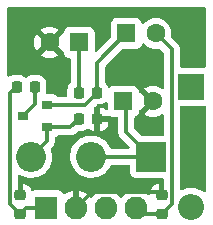
<source format=gtl>
%TF.GenerationSoftware,KiCad,Pcbnew,(5.99.0-7340-g1a9878d6d3)*%
%TF.CreationDate,2020-12-04T16:26:35+02:00*%
%TF.ProjectId,borraja,626f7272-616a-4612-9e6b-696361645f70,rev?*%
%TF.SameCoordinates,Original*%
%TF.FileFunction,Copper,L1,Top*%
%TF.FilePolarity,Positive*%
%FSLAX46Y46*%
G04 Gerber Fmt 4.6, Leading zero omitted, Abs format (unit mm)*
G04 Created by KiCad (PCBNEW (5.99.0-7340-g1a9878d6d3)) date 2020-12-04 16:26:35*
%MOMM*%
%LPD*%
G01*
G04 APERTURE LIST*
G04 Aperture macros list*
%AMRoundRect*
0 Rectangle with rounded corners*
0 $1 Rounding radius*
0 $2 $3 $4 $5 $6 $7 $8 $9 X,Y pos of 4 corners*
0 Add a 4 corners polygon primitive as box body*
4,1,4,$2,$3,$4,$5,$6,$7,$8,$9,$2,$3,0*
0 Add four circle primitives for the rounded corners*
1,1,$1+$1,$2,$3,0*
1,1,$1+$1,$4,$5,0*
1,1,$1+$1,$6,$7,0*
1,1,$1+$1,$8,$9,0*
0 Add four rect primitives between the rounded corners*
20,1,$1+$1,$2,$3,$4,$5,0*
20,1,$1+$1,$4,$5,$6,$7,0*
20,1,$1+$1,$6,$7,$8,$9,0*
20,1,$1+$1,$8,$9,$2,$3,0*%
G04 Aperture macros list end*
%TA.AperFunction,ComponentPad*%
%ADD10O,1.930400X1.930400*%
%TD*%
%TA.AperFunction,ComponentPad*%
%ADD11R,1.930400X1.930400*%
%TD*%
%TA.AperFunction,ComponentPad*%
%ADD12O,2.540000X2.540000*%
%TD*%
%TA.AperFunction,ComponentPad*%
%ADD13R,2.540000X2.540000*%
%TD*%
%TA.AperFunction,SMDPad,CuDef*%
%ADD14RoundRect,0.218750X0.256250X-0.218750X0.256250X0.218750X-0.256250X0.218750X-0.256250X-0.218750X0*%
%TD*%
%TA.AperFunction,SMDPad,CuDef*%
%ADD15RoundRect,0.218750X-0.218750X-0.256250X0.218750X-0.256250X0.218750X0.256250X-0.218750X0.256250X0*%
%TD*%
%TA.AperFunction,SMDPad,CuDef*%
%ADD16R,0.900000X0.800000*%
%TD*%
%TA.AperFunction,ComponentPad*%
%ADD17O,2.200000X2.200000*%
%TD*%
%TA.AperFunction,ComponentPad*%
%ADD18R,2.200000X2.200000*%
%TD*%
%TA.AperFunction,ComponentPad*%
%ADD19C,1.600000*%
%TD*%
%TA.AperFunction,ComponentPad*%
%ADD20R,1.600000X1.600000*%
%TD*%
%TA.AperFunction,ViaPad*%
%ADD21C,0.800000*%
%TD*%
%TA.AperFunction,Conductor*%
%ADD22C,0.350000*%
%TD*%
G04 APERTURE END LIST*
D10*
%TO.P,J1,4,Pin_4*%
%TO.N,OUT*%
X149810000Y-101500000D03*
%TO.P,J1,3,Pin_3*%
%TO.N,+9V*%
X147270000Y-101500000D03*
%TO.P,J1,2,Pin_2*%
%TO.N,GND*%
X144730000Y-101500000D03*
D11*
%TO.P,J1,1,Pin_1*%
%TO.N,IN*%
X142190000Y-101500000D03*
%TD*%
D12*
%TO.P,RV1,3,3*%
%TO.N,Net-(R3-Pad1)*%
X140948500Y-97183500D03*
%TO.P,RV1,2,2*%
%TO.N,Net-(C1-Pad1)*%
X146028500Y-97183500D03*
D13*
%TO.P,RV1,1,1*%
X151108500Y-97183500D03*
%TD*%
D14*
%TO.P,R6,2*%
%TO.N,GND*%
X140000000Y-100462500D03*
%TO.P,R6,1*%
%TO.N,IN*%
X140000000Y-102037500D03*
%TD*%
%TO.P,R5,2*%
%TO.N,GND*%
X152000000Y-100462500D03*
%TO.P,R5,1*%
%TO.N,OUT*%
X152000000Y-102037500D03*
%TD*%
D15*
%TO.P,R3,2*%
%TO.N,GND*%
X146537500Y-94000000D03*
%TO.P,R3,1*%
%TO.N,Net-(R3-Pad1)*%
X144962500Y-94000000D03*
%TD*%
%TO.P,R2,2*%
%TO.N,Net-(R2-Pad2)*%
X146537500Y-91750000D03*
%TO.P,R2,1*%
%TO.N,VCC*%
X144962500Y-91750000D03*
%TD*%
%TO.P,R1,2*%
%TO.N,Net-(R1-Pad2)*%
X141287500Y-91250000D03*
%TO.P,R1,1*%
%TO.N,IN*%
X139712500Y-91250000D03*
%TD*%
D16*
%TO.P,Q1,3,G*%
%TO.N,Net-(R1-Pad2)*%
X140250000Y-93750000D03*
%TO.P,Q1,2,S*%
%TO.N,Net-(R2-Pad2)*%
X142250000Y-92800000D03*
%TO.P,Q1,1,D*%
%TO.N,Net-(R3-Pad1)*%
X142250000Y-94700000D03*
%TD*%
D17*
%TO.P,D1,2,A*%
%TO.N,+9V*%
X154500000Y-101410000D03*
D18*
%TO.P,D1,1,K*%
%TO.N,VCC*%
X154500000Y-91250000D03*
%TD*%
D19*
%TO.P,C3,2*%
%TO.N,GND*%
X142500000Y-87500000D03*
D20*
%TO.P,C3,1*%
%TO.N,VCC*%
X145000000Y-87500000D03*
%TD*%
D19*
%TO.P,C2,2*%
%TO.N,OUT*%
X151500000Y-86750000D03*
D20*
%TO.P,C2,1*%
%TO.N,Net-(R2-Pad2)*%
X149000000Y-86750000D03*
%TD*%
D19*
%TO.P,C1,2*%
%TO.N,GND*%
X151250000Y-92500000D03*
D20*
%TO.P,C1,1*%
%TO.N,Net-(C1-Pad1)*%
X148750000Y-92500000D03*
%TD*%
D21*
%TO.N,GND*%
X154500000Y-98500000D03*
%TD*%
D22*
%TO.N,Net-(R2-Pad2)*%
X146537500Y-91750000D02*
X146537500Y-89212500D01*
X146537500Y-89212500D02*
X149000000Y-86750000D01*
%TO.N,Net-(R1-Pad2)*%
X141287500Y-91250000D02*
X141287500Y-92712500D01*
X141287500Y-92712500D02*
X140250000Y-93750000D01*
%TO.N,IN*%
X140000000Y-102037500D02*
X139149990Y-101187490D01*
X139149990Y-101187490D02*
X139149990Y-91812510D01*
X139149990Y-91812510D02*
X139712500Y-91250000D01*
%TO.N,Net-(R2-Pad2)*%
X142250000Y-92800000D02*
X145487500Y-92800000D01*
X145487500Y-92800000D02*
X146537500Y-91750000D01*
%TO.N,Net-(R3-Pad1)*%
X142250000Y-94700000D02*
X144262500Y-94700000D01*
X144262500Y-94700000D02*
X144962500Y-94000000D01*
X142250000Y-94700000D02*
X142250000Y-95882000D01*
X142250000Y-95882000D02*
X140948500Y-97183500D01*
%TO.N,VCC*%
X144962500Y-91750000D02*
X144962500Y-87537500D01*
X144962500Y-87537500D02*
X145000000Y-87500000D01*
%TO.N,OUT*%
X152000000Y-102037500D02*
X152850010Y-101187490D01*
X152850010Y-101187490D02*
X152850010Y-88100010D01*
X152850010Y-88100010D02*
X151500000Y-86750000D01*
%TO.N,GND*%
X152000000Y-100462500D02*
X151697299Y-100159799D01*
X151697299Y-100159799D02*
X146070201Y-100159799D01*
X146070201Y-100159799D02*
X144730000Y-101500000D01*
%TO.N,OUT*%
X152000000Y-102037500D02*
X150347500Y-102037500D01*
X150347500Y-102037500D02*
X149810000Y-101500000D01*
%TO.N,Net-(C1-Pad1)*%
X149000000Y-92500000D02*
X149000000Y-95075000D01*
X149000000Y-95075000D02*
X151108500Y-97183500D01*
X146028500Y-97183500D02*
X151108500Y-97183500D01*
%TO.N,IN*%
X142190000Y-101500000D02*
X140537500Y-101500000D01*
X140537500Y-101500000D02*
X140000000Y-102037500D01*
%TD*%
%TA.AperFunction,Conductor*%
%TO.N,GND*%
G36*
X147364852Y-92546775D02*
G01*
X147417681Y-92594205D01*
X147436500Y-92660449D01*
X147436500Y-93094061D01*
X147416498Y-93162182D01*
X147362842Y-93208675D01*
X147292568Y-93218779D01*
X147223847Y-93185534D01*
X147199902Y-93162851D01*
X147188255Y-93154138D01*
X147054360Y-93076365D01*
X147041035Y-93070571D01*
X146892016Y-93025438D01*
X146879393Y-93022990D01*
X146815066Y-93017249D01*
X146809596Y-93017006D01*
X146794376Y-93021475D01*
X146793171Y-93022865D01*
X146791500Y-93030548D01*
X146791500Y-93727885D01*
X146795975Y-93743124D01*
X146797365Y-93744329D01*
X146805048Y-93746000D01*
X147464885Y-93746000D01*
X147480124Y-93741525D01*
X147484782Y-93736150D01*
X147544508Y-93697767D01*
X147615504Y-93697767D01*
X147662516Y-93723436D01*
X147672381Y-93731984D01*
X147680579Y-93735728D01*
X147708831Y-93748630D01*
X147805330Y-93792700D01*
X147814245Y-93793982D01*
X147814246Y-93793982D01*
X147945552Y-93812861D01*
X147945559Y-93812862D01*
X147950000Y-93813500D01*
X148190501Y-93813500D01*
X148258622Y-93833502D01*
X148305115Y-93887158D01*
X148316501Y-93939500D01*
X148316501Y-95047248D01*
X148316209Y-95055817D01*
X148313044Y-95102250D01*
X148312445Y-95111033D01*
X148322600Y-95169217D01*
X148323023Y-95171643D01*
X148323985Y-95178165D01*
X148331375Y-95239230D01*
X148334061Y-95246340D01*
X148335260Y-95251220D01*
X148338125Y-95261695D01*
X148339579Y-95266511D01*
X148340886Y-95273998D01*
X148365624Y-95330354D01*
X148368109Y-95336442D01*
X148386001Y-95383792D01*
X148389850Y-95393979D01*
X148394151Y-95400237D01*
X148396491Y-95404713D01*
X148401768Y-95414194D01*
X148404325Y-95418518D01*
X148407379Y-95425475D01*
X148412002Y-95431500D01*
X148412005Y-95431505D01*
X148444847Y-95474306D01*
X148448716Y-95479631D01*
X148483550Y-95530313D01*
X148489226Y-95535370D01*
X148528069Y-95569978D01*
X148533345Y-95574959D01*
X149243291Y-96284905D01*
X149277317Y-96347217D01*
X149272252Y-96418032D01*
X149229705Y-96474868D01*
X149163185Y-96499679D01*
X149154196Y-96500000D01*
X147757243Y-96500000D01*
X147689122Y-96479998D01*
X147642629Y-96426342D01*
X147640059Y-96420256D01*
X147639953Y-96420033D01*
X147638261Y-96415683D01*
X147507089Y-96186179D01*
X147351598Y-95988941D01*
X147346326Y-95982253D01*
X147346323Y-95982250D01*
X147343434Y-95978585D01*
X147150893Y-95797460D01*
X146933695Y-95646784D01*
X146929505Y-95644718D01*
X146929502Y-95644716D01*
X146700799Y-95531933D01*
X146700796Y-95531932D01*
X146696611Y-95529868D01*
X146639649Y-95511634D01*
X146449295Y-95450701D01*
X146449297Y-95450701D01*
X146444850Y-95449278D01*
X146298692Y-95425475D01*
X146188554Y-95407538D01*
X146188553Y-95407538D01*
X146183942Y-95406787D01*
X146051781Y-95405057D01*
X145924297Y-95403388D01*
X145924294Y-95403388D01*
X145919620Y-95403327D01*
X145657689Y-95438974D01*
X145653203Y-95440282D01*
X145653201Y-95440282D01*
X145622337Y-95449278D01*
X145403905Y-95512945D01*
X145163842Y-95623616D01*
X145159937Y-95626176D01*
X145159932Y-95626179D01*
X144946687Y-95765988D01*
X144946682Y-95765992D01*
X144942774Y-95768554D01*
X144745557Y-95944577D01*
X144576525Y-96147816D01*
X144439390Y-96373808D01*
X144437581Y-96378122D01*
X144437580Y-96378124D01*
X144352058Y-96582072D01*
X144337165Y-96617587D01*
X144272095Y-96873798D01*
X144271627Y-96878449D01*
X144271626Y-96878453D01*
X144266986Y-96924534D01*
X144245611Y-97136813D01*
X144245835Y-97141479D01*
X144245835Y-97141484D01*
X144248005Y-97186660D01*
X144258294Y-97400854D01*
X144309865Y-97660120D01*
X144399192Y-97908915D01*
X144401408Y-97913039D01*
X144468790Y-98038443D01*
X144524311Y-98141774D01*
X144527106Y-98145517D01*
X144527108Y-98145520D01*
X144679683Y-98349843D01*
X144679688Y-98349849D01*
X144682475Y-98353581D01*
X144685784Y-98356861D01*
X144685789Y-98356867D01*
X144785539Y-98455750D01*
X144870209Y-98539684D01*
X144873971Y-98542442D01*
X144873974Y-98542445D01*
X145079615Y-98693227D01*
X145083389Y-98695994D01*
X145087532Y-98698174D01*
X145087534Y-98698175D01*
X145313181Y-98816894D01*
X145313186Y-98816896D01*
X145317331Y-98819077D01*
X145321754Y-98820622D01*
X145321755Y-98820622D01*
X145518213Y-98889228D01*
X145566896Y-98906229D01*
X145571489Y-98907101D01*
X145822013Y-98954664D01*
X145822016Y-98954664D01*
X145826602Y-98955535D01*
X145958673Y-98960725D01*
X146086075Y-98965731D01*
X146086081Y-98965731D01*
X146090743Y-98965914D01*
X146199158Y-98954040D01*
X146348864Y-98937645D01*
X146348869Y-98937644D01*
X146353517Y-98937135D01*
X146609151Y-98869832D01*
X146781764Y-98795672D01*
X146847726Y-98767333D01*
X146847729Y-98767331D01*
X146852029Y-98765484D01*
X146856009Y-98763021D01*
X146856013Y-98763019D01*
X147072842Y-98628841D01*
X147072846Y-98628838D01*
X147076815Y-98626382D01*
X147278572Y-98455582D01*
X147452866Y-98256837D01*
X147595870Y-98034513D01*
X147637882Y-97941250D01*
X147684097Y-97887355D01*
X147752764Y-97867000D01*
X149199000Y-97867000D01*
X149267121Y-97887002D01*
X149313614Y-97940658D01*
X149325000Y-97993000D01*
X149325000Y-98453500D01*
X149330227Y-98526579D01*
X149332131Y-98533062D01*
X149360254Y-98628841D01*
X149371404Y-98666816D01*
X149390156Y-98695994D01*
X149445551Y-98782191D01*
X149445553Y-98782194D01*
X149450423Y-98789771D01*
X149457233Y-98795672D01*
X149554069Y-98879582D01*
X149554072Y-98879584D01*
X149560881Y-98885484D01*
X149569079Y-98889228D01*
X149671373Y-98935944D01*
X149693830Y-98946200D01*
X149702745Y-98947482D01*
X149702746Y-98947482D01*
X149834052Y-98966361D01*
X149834059Y-98966362D01*
X149838500Y-98967000D01*
X152040510Y-98967000D01*
X152108631Y-98987002D01*
X152155124Y-99040658D01*
X152166510Y-99093000D01*
X152166510Y-100590500D01*
X152146508Y-100658621D01*
X152092852Y-100705114D01*
X152040509Y-100716500D01*
X151871999Y-100716499D01*
X151803879Y-100696497D01*
X151757386Y-100642841D01*
X151746000Y-100590499D01*
X151746001Y-99535115D01*
X151741526Y-99519876D01*
X151740136Y-99518671D01*
X151732453Y-99517000D01*
X151704527Y-99517000D01*
X151697223Y-99517425D01*
X151582684Y-99530778D01*
X151568532Y-99534123D01*
X151422981Y-99586956D01*
X151409982Y-99593466D01*
X151280489Y-99678365D01*
X151269337Y-99687689D01*
X151162851Y-99800098D01*
X151154138Y-99811745D01*
X151076365Y-99945640D01*
X151070571Y-99958965D01*
X151025438Y-100107984D01*
X151022990Y-100120607D01*
X151017249Y-100184934D01*
X151017000Y-100190529D01*
X151017000Y-100315272D01*
X150996998Y-100383393D01*
X150943342Y-100429886D01*
X150873068Y-100439990D01*
X150812908Y-100414154D01*
X150792415Y-100397969D01*
X150687702Y-100315272D01*
X150632355Y-100271561D01*
X150632351Y-100271559D01*
X150628300Y-100268359D01*
X150416153Y-100151248D01*
X150411284Y-100149524D01*
X150411280Y-100149522D01*
X150192603Y-100072084D01*
X150192599Y-100072083D01*
X150187728Y-100070358D01*
X150182638Y-100069451D01*
X150182633Y-100069450D01*
X150050093Y-100045842D01*
X149949158Y-100027863D01*
X149858181Y-100026751D01*
X149712021Y-100024965D01*
X149712019Y-100024965D01*
X149706851Y-100024902D01*
X149467314Y-100061556D01*
X149236981Y-100136841D01*
X149232393Y-100139229D01*
X149232389Y-100139231D01*
X149118479Y-100198529D01*
X149022036Y-100248734D01*
X149017903Y-100251837D01*
X149017900Y-100251839D01*
X148837302Y-100387436D01*
X148828252Y-100394231D01*
X148660834Y-100569424D01*
X148646458Y-100590499D01*
X148645237Y-100592289D01*
X148590325Y-100637291D01*
X148519800Y-100645462D01*
X148456053Y-100614207D01*
X148442969Y-100599958D01*
X148441559Y-100597778D01*
X148384253Y-100534800D01*
X148281949Y-100422369D01*
X148281947Y-100422368D01*
X148278471Y-100418547D01*
X148274420Y-100415348D01*
X148274416Y-100415344D01*
X148092355Y-100271561D01*
X148092351Y-100271559D01*
X148088300Y-100268359D01*
X147876153Y-100151248D01*
X147871284Y-100149524D01*
X147871280Y-100149522D01*
X147652603Y-100072084D01*
X147652599Y-100072083D01*
X147647728Y-100070358D01*
X147642638Y-100069451D01*
X147642633Y-100069450D01*
X147510093Y-100045842D01*
X147409158Y-100027863D01*
X147318181Y-100026751D01*
X147172021Y-100024965D01*
X147172019Y-100024965D01*
X147166851Y-100024902D01*
X146927314Y-100061556D01*
X146696981Y-100136841D01*
X146692393Y-100139229D01*
X146692389Y-100139231D01*
X146578479Y-100198529D01*
X146482036Y-100248734D01*
X146477903Y-100251837D01*
X146477900Y-100251839D01*
X146297302Y-100387436D01*
X146288252Y-100394231D01*
X146120834Y-100569424D01*
X146104940Y-100592723D01*
X146050032Y-100637725D01*
X145979507Y-100645898D01*
X145915759Y-100614644D01*
X145901027Y-100598600D01*
X145897686Y-100594262D01*
X145741608Y-100422735D01*
X145734075Y-100415710D01*
X145552081Y-100271981D01*
X145543494Y-100266276D01*
X145340482Y-100154207D01*
X145331070Y-100149977D01*
X145112469Y-100072566D01*
X145102512Y-100069936D01*
X145001836Y-100052002D01*
X144988541Y-100053461D01*
X144984000Y-100068019D01*
X144984000Y-101628000D01*
X144963998Y-101696121D01*
X144910342Y-101742614D01*
X144858000Y-101754000D01*
X144602000Y-101754000D01*
X144533879Y-101733998D01*
X144487386Y-101680342D01*
X144476000Y-101628000D01*
X144476000Y-100066605D01*
X144472082Y-100053261D01*
X144457806Y-100051274D01*
X144392542Y-100061261D01*
X144382515Y-100063650D01*
X144162092Y-100135695D01*
X144152582Y-100139692D01*
X143946891Y-100246768D01*
X143938166Y-100252262D01*
X143803476Y-100353391D01*
X143736991Y-100378297D01*
X143667596Y-100363305D01*
X143621826Y-100320753D01*
X143543277Y-100198529D01*
X143492127Y-100154207D01*
X143439631Y-100108718D01*
X143439628Y-100108716D01*
X143432819Y-100102816D01*
X143359758Y-100069450D01*
X143308064Y-100045842D01*
X143308063Y-100045842D01*
X143299870Y-100042100D01*
X143290955Y-100040818D01*
X143290954Y-100040818D01*
X143159648Y-100021939D01*
X143159641Y-100021938D01*
X143155200Y-100021300D01*
X141224800Y-100021300D01*
X141151721Y-100026527D01*
X141083552Y-100046543D01*
X141012558Y-100046543D01*
X140952832Y-100008160D01*
X140929617Y-99968639D01*
X140913043Y-99922979D01*
X140906534Y-99909982D01*
X140821635Y-99780489D01*
X140812311Y-99769337D01*
X140699902Y-99662851D01*
X140688255Y-99654138D01*
X140554360Y-99576365D01*
X140541035Y-99570571D01*
X140392016Y-99525438D01*
X140379393Y-99522990D01*
X140315066Y-99517249D01*
X140309471Y-99517000D01*
X140272115Y-99517000D01*
X140256876Y-99521475D01*
X140255671Y-99522865D01*
X140254000Y-99530548D01*
X140253999Y-100590500D01*
X140233997Y-100658621D01*
X140180341Y-100705114D01*
X140127998Y-100716500D01*
X139959489Y-100716499D01*
X139891369Y-100696497D01*
X139844876Y-100642841D01*
X139833490Y-100590499D01*
X139833490Y-98815272D01*
X139853492Y-98747151D01*
X139907148Y-98700658D01*
X139977422Y-98690554D01*
X140018157Y-98703764D01*
X140233181Y-98816894D01*
X140233186Y-98816896D01*
X140237331Y-98819077D01*
X140241754Y-98820622D01*
X140241755Y-98820622D01*
X140438213Y-98889228D01*
X140486896Y-98906229D01*
X140491489Y-98907101D01*
X140742013Y-98954664D01*
X140742016Y-98954664D01*
X140746602Y-98955535D01*
X140878673Y-98960725D01*
X141006075Y-98965731D01*
X141006081Y-98965731D01*
X141010743Y-98965914D01*
X141119158Y-98954040D01*
X141268864Y-98937645D01*
X141268869Y-98937644D01*
X141273517Y-98937135D01*
X141529151Y-98869832D01*
X141701764Y-98795672D01*
X141767726Y-98767333D01*
X141767729Y-98767331D01*
X141772029Y-98765484D01*
X141776009Y-98763021D01*
X141776013Y-98763019D01*
X141992842Y-98628841D01*
X141992846Y-98628838D01*
X141996815Y-98626382D01*
X142198572Y-98455582D01*
X142372866Y-98256837D01*
X142515870Y-98034513D01*
X142624442Y-97793493D01*
X142696196Y-97539073D01*
X142729556Y-97276841D01*
X142732000Y-97183500D01*
X142712410Y-96919882D01*
X142654070Y-96662055D01*
X142652378Y-96657705D01*
X142652375Y-96657694D01*
X142622967Y-96582072D01*
X142616920Y-96511333D01*
X142651305Y-96447310D01*
X142713679Y-96384936D01*
X142719945Y-96379082D01*
X142755928Y-96347692D01*
X142761655Y-96342696D01*
X142797022Y-96292373D01*
X142800948Y-96287088D01*
X142834229Y-96244643D01*
X142834231Y-96244639D01*
X142838918Y-96238662D01*
X142842044Y-96231739D01*
X142844644Y-96227446D01*
X142850043Y-96217980D01*
X142852411Y-96213563D01*
X142856777Y-96207351D01*
X142879122Y-96150039D01*
X142881678Y-96143958D01*
X142903869Y-96094811D01*
X142906994Y-96087890D01*
X142908379Y-96080418D01*
X142909883Y-96075617D01*
X142912858Y-96065175D01*
X142914108Y-96060306D01*
X142916870Y-96053223D01*
X142924904Y-95992202D01*
X142925931Y-95985714D01*
X142937140Y-95925232D01*
X142933709Y-95865723D01*
X142933500Y-95858470D01*
X142933500Y-95622925D01*
X142953502Y-95554804D01*
X142991380Y-95516927D01*
X143028688Y-95492951D01*
X143028691Y-95492948D01*
X143036271Y-95488077D01*
X143045947Y-95476911D01*
X143089206Y-95426987D01*
X143148932Y-95388604D01*
X143184430Y-95383500D01*
X144234763Y-95383500D01*
X144243332Y-95383792D01*
X144290957Y-95387039D01*
X144290961Y-95387039D01*
X144298533Y-95387555D01*
X144306010Y-95386250D01*
X144306012Y-95386250D01*
X144343641Y-95379683D01*
X144359129Y-95376979D01*
X144365614Y-95376022D01*
X144426730Y-95368626D01*
X144433836Y-95365941D01*
X144438726Y-95364740D01*
X144449188Y-95361878D01*
X144454020Y-95360419D01*
X144461498Y-95359114D01*
X144468447Y-95356064D01*
X144468456Y-95356061D01*
X144517830Y-95334388D01*
X144523933Y-95331897D01*
X144574369Y-95312838D01*
X144574371Y-95312837D01*
X144581479Y-95310151D01*
X144587744Y-95305845D01*
X144592237Y-95303496D01*
X144601681Y-95298240D01*
X144606021Y-95295674D01*
X144612975Y-95292621D01*
X144661784Y-95255168D01*
X144667122Y-95251290D01*
X144711554Y-95220753D01*
X144711556Y-95220752D01*
X144717813Y-95216451D01*
X144757487Y-95171922D01*
X144762467Y-95166647D01*
X144908709Y-95020405D01*
X144971021Y-94986379D01*
X144997804Y-94983500D01*
X145224135Y-94983500D01*
X145314213Y-94972998D01*
X145342432Y-94969708D01*
X145342433Y-94969708D01*
X145349704Y-94968860D01*
X145356581Y-94966364D01*
X145356584Y-94966363D01*
X145502243Y-94913491D01*
X145509122Y-94910994D01*
X145650951Y-94818007D01*
X145656347Y-94812311D01*
X145660756Y-94807658D01*
X145722125Y-94771961D01*
X145793052Y-94775109D01*
X145838881Y-94802840D01*
X145875098Y-94837149D01*
X145886745Y-94845862D01*
X146020640Y-94923635D01*
X146033965Y-94929429D01*
X146182984Y-94974562D01*
X146195607Y-94977010D01*
X146259934Y-94982751D01*
X146265404Y-94982994D01*
X146280624Y-94978525D01*
X146281829Y-94977135D01*
X146283500Y-94969452D01*
X146283500Y-94267548D01*
X146791500Y-94267548D01*
X146791500Y-94964885D01*
X146795975Y-94980124D01*
X146797365Y-94981329D01*
X146802985Y-94982551D01*
X146917319Y-94969222D01*
X146931466Y-94965878D01*
X147077022Y-94913043D01*
X147090017Y-94906535D01*
X147219511Y-94821635D01*
X147230663Y-94812311D01*
X147337149Y-94699902D01*
X147345862Y-94688255D01*
X147423635Y-94554360D01*
X147429429Y-94541035D01*
X147474562Y-94392016D01*
X147477010Y-94379393D01*
X147482751Y-94315066D01*
X147483000Y-94309471D01*
X147483000Y-94272115D01*
X147478525Y-94256876D01*
X147477135Y-94255671D01*
X147469452Y-94254000D01*
X146809615Y-94254000D01*
X146794376Y-94258475D01*
X146793171Y-94259865D01*
X146791500Y-94267548D01*
X146283500Y-94267548D01*
X146283500Y-93022805D01*
X146303502Y-92954684D01*
X146320405Y-92933710D01*
X146483710Y-92770405D01*
X146546022Y-92736379D01*
X146572805Y-92733500D01*
X146799135Y-92733500D01*
X146889213Y-92722998D01*
X146917432Y-92719708D01*
X146917433Y-92719708D01*
X146924704Y-92718860D01*
X146931581Y-92716364D01*
X146931584Y-92716363D01*
X147077243Y-92663491D01*
X147084122Y-92660994D01*
X147185992Y-92594205D01*
X147219826Y-92572023D01*
X147219828Y-92572022D01*
X147225951Y-92568007D01*
X147230141Y-92563584D01*
X147294767Y-92535435D01*
X147364852Y-92546775D01*
G37*
%TD.AperFunction*%
%TA.AperFunction,Conductor*%
G36*
X155676392Y-92878094D02*
G01*
X155726591Y-92928299D01*
X155742000Y-92988678D01*
X155742000Y-100082101D01*
X155721998Y-100150222D01*
X155668342Y-100196715D01*
X155598068Y-100206819D01*
X155534170Y-100177912D01*
X155466490Y-100120108D01*
X155448392Y-100104651D01*
X155232514Y-99972361D01*
X155227944Y-99970468D01*
X155227940Y-99970466D01*
X155003172Y-99877364D01*
X155003170Y-99877363D01*
X154998599Y-99875470D01*
X154913894Y-99855134D01*
X154757220Y-99817520D01*
X154757214Y-99817519D01*
X154752407Y-99816365D01*
X154500000Y-99796500D01*
X154247593Y-99816365D01*
X154242786Y-99817519D01*
X154242780Y-99817520D01*
X154086106Y-99855134D01*
X154001401Y-99875470D01*
X153996830Y-99877363D01*
X153996828Y-99877364D01*
X153772060Y-99970466D01*
X153772056Y-99970468D01*
X153767486Y-99972361D01*
X153763266Y-99974947D01*
X153725345Y-99998185D01*
X153656811Y-100016723D01*
X153589135Y-99995267D01*
X153543802Y-99940627D01*
X153533510Y-99890752D01*
X153533510Y-92989500D01*
X153553512Y-92921379D01*
X153607168Y-92874886D01*
X153659510Y-92863500D01*
X155600000Y-92863500D01*
X155606762Y-92863016D01*
X155607019Y-92862998D01*
X155676392Y-92878094D01*
G37*
%TD.AperFunction*%
%TA.AperFunction,Conductor*%
G36*
X150508586Y-87609087D02*
G01*
X150655698Y-87756199D01*
X150660206Y-87759356D01*
X150660209Y-87759358D01*
X150810424Y-87864539D01*
X150843250Y-87887524D01*
X150848232Y-87889847D01*
X150848237Y-87889850D01*
X151045775Y-87981963D01*
X151050757Y-87984286D01*
X151056065Y-87985708D01*
X151056067Y-87985709D01*
X151266598Y-88042121D01*
X151266600Y-88042121D01*
X151271913Y-88043545D01*
X151500000Y-88063500D01*
X151728087Y-88043545D01*
X151733685Y-88042045D01*
X151735780Y-88041484D01*
X151736867Y-88041510D01*
X151738817Y-88041166D01*
X151738886Y-88041558D01*
X151806756Y-88043176D01*
X151857482Y-88074097D01*
X152129606Y-88346221D01*
X152163632Y-88408533D01*
X152166511Y-88435316D01*
X152166511Y-91302927D01*
X152146509Y-91371048D01*
X152092853Y-91417541D01*
X152022579Y-91427645D01*
X151968240Y-91406140D01*
X151911008Y-91366066D01*
X151901513Y-91360583D01*
X151704057Y-91268509D01*
X151693761Y-91264761D01*
X151483310Y-91208370D01*
X151472523Y-91206468D01*
X151255475Y-91187479D01*
X151244525Y-91187479D01*
X151027477Y-91206468D01*
X151016690Y-91208370D01*
X150806239Y-91264761D01*
X150795943Y-91268509D01*
X150598487Y-91360583D01*
X150588992Y-91366066D01*
X150536950Y-91402506D01*
X150528574Y-91412985D01*
X150535642Y-91426431D01*
X151520115Y-92410905D01*
X151554141Y-92473217D01*
X151549076Y-92544033D01*
X151520115Y-92589095D01*
X151250000Y-92859210D01*
X150534921Y-93574290D01*
X150528491Y-93586065D01*
X150537787Y-93598080D01*
X150588992Y-93633934D01*
X150598487Y-93639417D01*
X150795943Y-93731491D01*
X150806239Y-93735239D01*
X151016690Y-93791630D01*
X151027477Y-93793532D01*
X151244525Y-93812521D01*
X151255475Y-93812521D01*
X151472523Y-93793532D01*
X151483310Y-93791630D01*
X151693761Y-93735239D01*
X151704057Y-93731491D01*
X151901513Y-93639417D01*
X151911009Y-93633934D01*
X151968239Y-93593861D01*
X152035513Y-93571173D01*
X152104374Y-93588458D01*
X152152958Y-93640228D01*
X152166510Y-93697074D01*
X152166510Y-95274000D01*
X152146508Y-95342121D01*
X152092852Y-95388614D01*
X152040510Y-95400000D01*
X150343804Y-95400000D01*
X150275683Y-95379998D01*
X150254709Y-95363095D01*
X149720405Y-94828791D01*
X149686379Y-94766479D01*
X149683500Y-94739696D01*
X149683500Y-93883112D01*
X149703502Y-93814991D01*
X149756451Y-93769112D01*
X149763316Y-93767096D01*
X149842496Y-93716210D01*
X149878691Y-93692949D01*
X149878694Y-93692947D01*
X149886271Y-93688077D01*
X149904451Y-93667096D01*
X149976082Y-93584431D01*
X149976084Y-93584428D01*
X149981984Y-93577619D01*
X149991328Y-93557158D01*
X150038958Y-93452864D01*
X150038958Y-93452863D01*
X150042700Y-93444670D01*
X150058666Y-93333622D01*
X150088159Y-93269041D01*
X150128602Y-93243050D01*
X150127139Y-93240267D01*
X150176430Y-93214359D01*
X150877979Y-92512811D01*
X150885592Y-92498868D01*
X150885461Y-92497034D01*
X150881210Y-92490420D01*
X150175706Y-91784917D01*
X150132379Y-91761259D01*
X150125818Y-91759832D01*
X150075610Y-91709636D01*
X150060512Y-91658227D01*
X150058755Y-91633659D01*
X150058755Y-91633658D01*
X150058273Y-91626921D01*
X150017096Y-91486684D01*
X149979154Y-91427645D01*
X149942949Y-91371309D01*
X149942947Y-91371306D01*
X149938077Y-91363729D01*
X149931267Y-91357828D01*
X149834431Y-91273918D01*
X149834428Y-91273916D01*
X149827619Y-91268016D01*
X149819421Y-91264272D01*
X149702864Y-91211042D01*
X149702863Y-91211042D01*
X149694670Y-91207300D01*
X149685755Y-91206018D01*
X149685754Y-91206018D01*
X149554448Y-91187139D01*
X149554441Y-91187138D01*
X149550000Y-91186500D01*
X147950000Y-91186500D01*
X147876921Y-91191727D01*
X147823884Y-91207300D01*
X147745330Y-91230365D01*
X147745328Y-91230366D01*
X147736684Y-91232904D01*
X147627727Y-91302927D01*
X147625054Y-91304645D01*
X147556934Y-91324647D01*
X147488813Y-91304645D01*
X147442320Y-91250990D01*
X147438494Y-91241639D01*
X147413490Y-91172754D01*
X147413490Y-91172753D01*
X147410994Y-91165878D01*
X147318007Y-91024049D01*
X147260347Y-90969427D01*
X147224649Y-90908057D01*
X147221000Y-90877954D01*
X147221000Y-89547804D01*
X147241002Y-89479683D01*
X147257905Y-89458709D01*
X148616210Y-88100405D01*
X148678522Y-88066379D01*
X148705305Y-88063500D01*
X149800000Y-88063500D01*
X149873079Y-88058273D01*
X149951165Y-88035345D01*
X150004670Y-88019635D01*
X150004672Y-88019634D01*
X150013316Y-88017096D01*
X150067984Y-87981963D01*
X150128691Y-87942949D01*
X150128694Y-87942947D01*
X150136271Y-87938077D01*
X150174422Y-87894049D01*
X150226082Y-87834431D01*
X150226084Y-87834428D01*
X150231984Y-87827619D01*
X150292700Y-87694670D01*
X150294773Y-87680252D01*
X150324266Y-87615670D01*
X150383992Y-87577286D01*
X150454988Y-87577286D01*
X150508586Y-87609087D01*
G37*
%TD.AperFunction*%
%TA.AperFunction,Conductor*%
G36*
X155684121Y-84528002D02*
G01*
X155730614Y-84581658D01*
X155742000Y-84634000D01*
X155742000Y-89511644D01*
X155721998Y-89579765D01*
X155668342Y-89626258D01*
X155607014Y-89637323D01*
X155604448Y-89637140D01*
X155600000Y-89636500D01*
X153659510Y-89636500D01*
X153591389Y-89616498D01*
X153544896Y-89562842D01*
X153533510Y-89510500D01*
X153533510Y-88127746D01*
X153533802Y-88119177D01*
X153537049Y-88071552D01*
X153537049Y-88071548D01*
X153537565Y-88063976D01*
X153526988Y-88003369D01*
X153526028Y-87996865D01*
X153519549Y-87943324D01*
X153518636Y-87935780D01*
X153515950Y-87928673D01*
X153514756Y-87923811D01*
X153511898Y-87913365D01*
X153510430Y-87908504D01*
X153509123Y-87901011D01*
X153501817Y-87884367D01*
X153484401Y-87844690D01*
X153481909Y-87838585D01*
X153474667Y-87819421D01*
X153460161Y-87781031D01*
X153455859Y-87774772D01*
X153453531Y-87770318D01*
X153448256Y-87760839D01*
X153445682Y-87756487D01*
X153442630Y-87749534D01*
X153438007Y-87743510D01*
X153438004Y-87743504D01*
X153405181Y-87700728D01*
X153401305Y-87695393D01*
X153370768Y-87650962D01*
X153370763Y-87650956D01*
X153366461Y-87644697D01*
X153321941Y-87605031D01*
X153316666Y-87600051D01*
X152824097Y-87107482D01*
X152790071Y-87045170D01*
X152791411Y-86988860D01*
X152791166Y-86988817D01*
X152791450Y-86987206D01*
X152791484Y-86985780D01*
X152792120Y-86983405D01*
X152793545Y-86978087D01*
X152813500Y-86750000D01*
X152793545Y-86521913D01*
X152786422Y-86495330D01*
X152735709Y-86306067D01*
X152735708Y-86306065D01*
X152734286Y-86300757D01*
X152701462Y-86230365D01*
X152639850Y-86098237D01*
X152639847Y-86098232D01*
X152637524Y-86093250D01*
X152506199Y-85905698D01*
X152344302Y-85743801D01*
X152339794Y-85740644D01*
X152339791Y-85740642D01*
X152161259Y-85615633D01*
X152161257Y-85615632D01*
X152156750Y-85612476D01*
X152151768Y-85610153D01*
X152151763Y-85610150D01*
X151954225Y-85518037D01*
X151954224Y-85518036D01*
X151949243Y-85515714D01*
X151943935Y-85514292D01*
X151943933Y-85514291D01*
X151733402Y-85457879D01*
X151733400Y-85457879D01*
X151728087Y-85456455D01*
X151500000Y-85436500D01*
X151271913Y-85456455D01*
X151266600Y-85457879D01*
X151266598Y-85457879D01*
X151056067Y-85514291D01*
X151056065Y-85514292D01*
X151050757Y-85515714D01*
X151045776Y-85518036D01*
X151045775Y-85518037D01*
X150848237Y-85610150D01*
X150848232Y-85610153D01*
X150843250Y-85612476D01*
X150838743Y-85615632D01*
X150838741Y-85615633D01*
X150660209Y-85740642D01*
X150660206Y-85740644D01*
X150655698Y-85743801D01*
X150507078Y-85892421D01*
X150444766Y-85926447D01*
X150373951Y-85921382D01*
X150317115Y-85878835D01*
X150297087Y-85838824D01*
X150269635Y-85745330D01*
X150269634Y-85745328D01*
X150267096Y-85736684D01*
X150221393Y-85665569D01*
X150192949Y-85621309D01*
X150192947Y-85621306D01*
X150188077Y-85613729D01*
X150181267Y-85607828D01*
X150084431Y-85523918D01*
X150084428Y-85523916D01*
X150077619Y-85518016D01*
X149944670Y-85457300D01*
X149935755Y-85456018D01*
X149935754Y-85456018D01*
X149804448Y-85437139D01*
X149804441Y-85437138D01*
X149800000Y-85436500D01*
X148200000Y-85436500D01*
X148126921Y-85441727D01*
X148076762Y-85456455D01*
X147995330Y-85480365D01*
X147995328Y-85480366D01*
X147986684Y-85482904D01*
X147979105Y-85487775D01*
X147871309Y-85557051D01*
X147871306Y-85557053D01*
X147863729Y-85561923D01*
X147857828Y-85568733D01*
X147773918Y-85665569D01*
X147773916Y-85665572D01*
X147768016Y-85672381D01*
X147707300Y-85805330D01*
X147706018Y-85814245D01*
X147706018Y-85814246D01*
X147687139Y-85945552D01*
X147687138Y-85945559D01*
X147686500Y-85950000D01*
X147686500Y-87044695D01*
X147666498Y-87112816D01*
X147649595Y-87133790D01*
X146995255Y-87788131D01*
X146528595Y-88254791D01*
X146466283Y-88288816D01*
X146395468Y-88283752D01*
X146338632Y-88241205D01*
X146313821Y-88174685D01*
X146313500Y-88165696D01*
X146313500Y-86700000D01*
X146308273Y-86626921D01*
X146277440Y-86521913D01*
X146269635Y-86495330D01*
X146269634Y-86495328D01*
X146267096Y-86486684D01*
X146221393Y-86415569D01*
X146192949Y-86371309D01*
X146192947Y-86371306D01*
X146188077Y-86363729D01*
X146181267Y-86357828D01*
X146084431Y-86273918D01*
X146084428Y-86273916D01*
X146077619Y-86268016D01*
X145944670Y-86207300D01*
X145935755Y-86206018D01*
X145935754Y-86206018D01*
X145804448Y-86187139D01*
X145804441Y-86187138D01*
X145800000Y-86186500D01*
X144200000Y-86186500D01*
X144126921Y-86191727D01*
X144073884Y-86207300D01*
X143995330Y-86230365D01*
X143995328Y-86230366D01*
X143986684Y-86232904D01*
X143979105Y-86237775D01*
X143871309Y-86307051D01*
X143871306Y-86307053D01*
X143863729Y-86311923D01*
X143857828Y-86318733D01*
X143773918Y-86415569D01*
X143773916Y-86415572D01*
X143768016Y-86422381D01*
X143707300Y-86555330D01*
X143706018Y-86564245D01*
X143706018Y-86564246D01*
X143691334Y-86666378D01*
X143661841Y-86730959D01*
X143621398Y-86756950D01*
X143622861Y-86759733D01*
X143573570Y-86785641D01*
X142872021Y-87487189D01*
X142864408Y-87501132D01*
X142864539Y-87502966D01*
X142868790Y-87509580D01*
X143574294Y-88215083D01*
X143617621Y-88238741D01*
X143624182Y-88240168D01*
X143674390Y-88290364D01*
X143689488Y-88341772D01*
X143691727Y-88373079D01*
X143732904Y-88513316D01*
X143737775Y-88520895D01*
X143807051Y-88628691D01*
X143807053Y-88628694D01*
X143811923Y-88636271D01*
X143818733Y-88642172D01*
X143915569Y-88726082D01*
X143915572Y-88726084D01*
X143922381Y-88731984D01*
X144055330Y-88792700D01*
X144064245Y-88793982D01*
X144064246Y-88793982D01*
X144170933Y-88809321D01*
X144235513Y-88838815D01*
X144273897Y-88898541D01*
X144279001Y-88934039D01*
X144279000Y-90876561D01*
X144258998Y-90944682D01*
X144244473Y-90963214D01*
X144157414Y-91055115D01*
X144072233Y-91201766D01*
X144041074Y-91304645D01*
X144024967Y-91357828D01*
X144023073Y-91364080D01*
X144022498Y-91370520D01*
X144022498Y-91370521D01*
X144017870Y-91422381D01*
X144016500Y-91437727D01*
X144016500Y-91990500D01*
X143996498Y-92058621D01*
X143942842Y-92105114D01*
X143890500Y-92116500D01*
X143189649Y-92116500D01*
X143121528Y-92096498D01*
X143094425Y-92073013D01*
X143092948Y-92071309D01*
X143088077Y-92063729D01*
X143003567Y-91990500D01*
X142984431Y-91973918D01*
X142984428Y-91973916D01*
X142977619Y-91968016D01*
X142844670Y-91907300D01*
X142835755Y-91906018D01*
X142835754Y-91906018D01*
X142704448Y-91887139D01*
X142704441Y-91887138D01*
X142700000Y-91886500D01*
X142320847Y-91886500D01*
X142252726Y-91866498D01*
X142206233Y-91812842D01*
X142196129Y-91742568D01*
X142200257Y-91723977D01*
X142226927Y-91635920D01*
X142233500Y-91562273D01*
X142233500Y-90950865D01*
X142218860Y-90825296D01*
X142160994Y-90665878D01*
X142068007Y-90524049D01*
X141944885Y-90407414D01*
X141798234Y-90322233D01*
X141635920Y-90273073D01*
X141629480Y-90272498D01*
X141629479Y-90272498D01*
X141565066Y-90266749D01*
X141565060Y-90266749D01*
X141562273Y-90266500D01*
X141025865Y-90266500D01*
X140953406Y-90274948D01*
X140907568Y-90280292D01*
X140907567Y-90280292D01*
X140900296Y-90281140D01*
X140893419Y-90283636D01*
X140893416Y-90283637D01*
X140776957Y-90325910D01*
X140740878Y-90339006D01*
X140599049Y-90431993D01*
X140594011Y-90437311D01*
X140594010Y-90437312D01*
X140589586Y-90441982D01*
X140528217Y-90477679D01*
X140457290Y-90474531D01*
X140411463Y-90446801D01*
X140369885Y-90407414D01*
X140223234Y-90322233D01*
X140060920Y-90273073D01*
X140054480Y-90272498D01*
X140054479Y-90272498D01*
X139990066Y-90266749D01*
X139990060Y-90266749D01*
X139987273Y-90266500D01*
X139450865Y-90266500D01*
X139378406Y-90274948D01*
X139332568Y-90280292D01*
X139332567Y-90280292D01*
X139325296Y-90281140D01*
X139318419Y-90283636D01*
X139318416Y-90283637D01*
X139201957Y-90325910D01*
X139165878Y-90339006D01*
X139103085Y-90380175D01*
X139035150Y-90400798D01*
X138966849Y-90381418D01*
X138919869Y-90328189D01*
X138908000Y-90274803D01*
X138908000Y-88586064D01*
X141778490Y-88586064D01*
X141787784Y-88598078D01*
X141838992Y-88633934D01*
X141848487Y-88639417D01*
X142045943Y-88731491D01*
X142056239Y-88735239D01*
X142266690Y-88791630D01*
X142277477Y-88793532D01*
X142494525Y-88812521D01*
X142505475Y-88812521D01*
X142722523Y-88793532D01*
X142733310Y-88791630D01*
X142943761Y-88735239D01*
X142954057Y-88731491D01*
X143151513Y-88639417D01*
X143161008Y-88633934D01*
X143213050Y-88597494D01*
X143221426Y-88587015D01*
X143214359Y-88573570D01*
X142512811Y-87872021D01*
X142498868Y-87864408D01*
X142497034Y-87864539D01*
X142490420Y-87868790D01*
X141784917Y-88574294D01*
X141778490Y-88586064D01*
X138908000Y-88586064D01*
X138908000Y-87494525D01*
X141187479Y-87494525D01*
X141187479Y-87505475D01*
X141206468Y-87722523D01*
X141208370Y-87733310D01*
X141264761Y-87943761D01*
X141268509Y-87954057D01*
X141360583Y-88151513D01*
X141366066Y-88161008D01*
X141402506Y-88213050D01*
X141412985Y-88221426D01*
X141426430Y-88214359D01*
X142127979Y-87512811D01*
X142135592Y-87498868D01*
X142135461Y-87497034D01*
X142131210Y-87490420D01*
X141425706Y-86784917D01*
X141413936Y-86778490D01*
X141401922Y-86787784D01*
X141366066Y-86838992D01*
X141360583Y-86848487D01*
X141268509Y-87045943D01*
X141264761Y-87056239D01*
X141208370Y-87266690D01*
X141206468Y-87277477D01*
X141187479Y-87494525D01*
X138908000Y-87494525D01*
X138908000Y-86412985D01*
X141778574Y-86412985D01*
X141785641Y-86426430D01*
X142487189Y-87127979D01*
X142501132Y-87135592D01*
X142502966Y-87135461D01*
X142509580Y-87131210D01*
X143215083Y-86425706D01*
X143221510Y-86413936D01*
X143212216Y-86401922D01*
X143161008Y-86366066D01*
X143151513Y-86360583D01*
X142954057Y-86268509D01*
X142943761Y-86264761D01*
X142733310Y-86208370D01*
X142722523Y-86206468D01*
X142505475Y-86187479D01*
X142494525Y-86187479D01*
X142277477Y-86206468D01*
X142266690Y-86208370D01*
X142056239Y-86264761D01*
X142045943Y-86268509D01*
X141848487Y-86360583D01*
X141838992Y-86366066D01*
X141786950Y-86402506D01*
X141778574Y-86412985D01*
X138908000Y-86412985D01*
X138908000Y-84634000D01*
X138928002Y-84565879D01*
X138981658Y-84519386D01*
X139034000Y-84508000D01*
X155616000Y-84508000D01*
X155684121Y-84528002D01*
G37*
%TD.AperFunction*%
%TD*%
M02*

</source>
